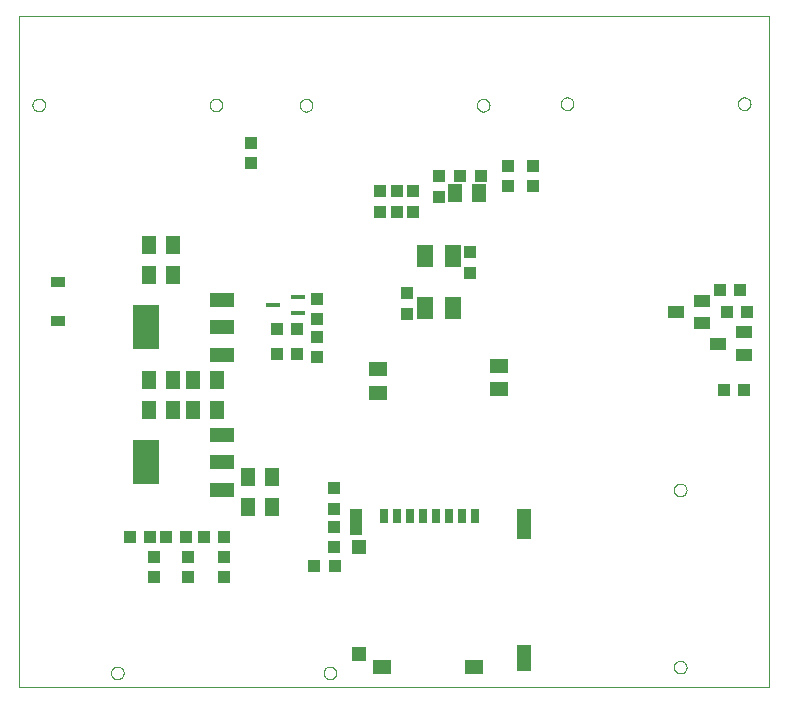
<source format=gbp>
G75*
%MOIN*%
%OFA0B0*%
%FSLAX25Y25*%
%IPPOS*%
%LPD*%
%AMOC8*
5,1,8,0,0,1.08239X$1,22.5*
%
%ADD10C,0.00000*%
%ADD11R,0.04134X0.04252*%
%ADD12R,0.04252X0.04134*%
%ADD13R,0.05118X0.06299*%
%ADD14R,0.03937X0.04331*%
%ADD15R,0.04803X0.03583*%
%ADD16R,0.04331X0.03937*%
%ADD17R,0.05512X0.03937*%
%ADD18R,0.03150X0.04882*%
%ADD19R,0.04528X0.09843*%
%ADD20R,0.04528X0.08661*%
%ADD21R,0.05906X0.04528*%
%ADD22R,0.04567X0.04724*%
%ADD23R,0.04567X0.04921*%
%ADD24R,0.04409X0.08661*%
%ADD25R,0.08000X0.04500*%
%ADD26R,0.08661X0.14567*%
%ADD27R,0.06299X0.05118*%
%ADD28R,0.05512X0.07480*%
%ADD29R,0.04600X0.01600*%
D10*
X0043720Y0026800D02*
X0043720Y0250501D01*
X0293641Y0250501D01*
X0293641Y0026800D01*
X0043720Y0026800D01*
X0074468Y0031564D02*
X0074470Y0031655D01*
X0074476Y0031746D01*
X0074486Y0031837D01*
X0074500Y0031927D01*
X0074517Y0032017D01*
X0074539Y0032105D01*
X0074564Y0032193D01*
X0074593Y0032280D01*
X0074626Y0032365D01*
X0074663Y0032448D01*
X0074703Y0032530D01*
X0074746Y0032610D01*
X0074793Y0032689D01*
X0074844Y0032765D01*
X0074897Y0032838D01*
X0074954Y0032910D01*
X0075014Y0032979D01*
X0075077Y0033045D01*
X0075142Y0033109D01*
X0075211Y0033169D01*
X0075281Y0033227D01*
X0075355Y0033281D01*
X0075430Y0033332D01*
X0075508Y0033380D01*
X0075588Y0033425D01*
X0075669Y0033466D01*
X0075752Y0033503D01*
X0075837Y0033537D01*
X0075923Y0033567D01*
X0076011Y0033593D01*
X0076099Y0033616D01*
X0076188Y0033634D01*
X0076278Y0033649D01*
X0076369Y0033660D01*
X0076460Y0033667D01*
X0076551Y0033670D01*
X0076642Y0033669D01*
X0076734Y0033664D01*
X0076824Y0033655D01*
X0076915Y0033642D01*
X0077004Y0033626D01*
X0077093Y0033605D01*
X0077181Y0033581D01*
X0077268Y0033552D01*
X0077354Y0033520D01*
X0077438Y0033485D01*
X0077520Y0033446D01*
X0077601Y0033403D01*
X0077679Y0033357D01*
X0077756Y0033307D01*
X0077830Y0033254D01*
X0077902Y0033198D01*
X0077972Y0033139D01*
X0078039Y0033077D01*
X0078103Y0033012D01*
X0078164Y0032945D01*
X0078223Y0032875D01*
X0078278Y0032802D01*
X0078330Y0032727D01*
X0078379Y0032650D01*
X0078424Y0032571D01*
X0078466Y0032489D01*
X0078504Y0032407D01*
X0078539Y0032322D01*
X0078570Y0032236D01*
X0078597Y0032149D01*
X0078620Y0032061D01*
X0078640Y0031972D01*
X0078656Y0031882D01*
X0078668Y0031792D01*
X0078676Y0031701D01*
X0078680Y0031610D01*
X0078680Y0031518D01*
X0078676Y0031427D01*
X0078668Y0031336D01*
X0078656Y0031246D01*
X0078640Y0031156D01*
X0078620Y0031067D01*
X0078597Y0030979D01*
X0078570Y0030892D01*
X0078539Y0030806D01*
X0078504Y0030721D01*
X0078466Y0030639D01*
X0078424Y0030557D01*
X0078379Y0030478D01*
X0078330Y0030401D01*
X0078278Y0030326D01*
X0078223Y0030253D01*
X0078164Y0030183D01*
X0078103Y0030116D01*
X0078039Y0030051D01*
X0077972Y0029989D01*
X0077902Y0029930D01*
X0077830Y0029874D01*
X0077756Y0029821D01*
X0077679Y0029771D01*
X0077601Y0029725D01*
X0077520Y0029682D01*
X0077438Y0029643D01*
X0077354Y0029608D01*
X0077268Y0029576D01*
X0077181Y0029547D01*
X0077093Y0029523D01*
X0077004Y0029502D01*
X0076915Y0029486D01*
X0076824Y0029473D01*
X0076734Y0029464D01*
X0076642Y0029459D01*
X0076551Y0029458D01*
X0076460Y0029461D01*
X0076369Y0029468D01*
X0076278Y0029479D01*
X0076188Y0029494D01*
X0076099Y0029512D01*
X0076011Y0029535D01*
X0075923Y0029561D01*
X0075837Y0029591D01*
X0075752Y0029625D01*
X0075669Y0029662D01*
X0075588Y0029703D01*
X0075508Y0029748D01*
X0075430Y0029796D01*
X0075355Y0029847D01*
X0075281Y0029901D01*
X0075211Y0029959D01*
X0075142Y0030019D01*
X0075077Y0030083D01*
X0075014Y0030149D01*
X0074954Y0030218D01*
X0074897Y0030290D01*
X0074844Y0030363D01*
X0074793Y0030439D01*
X0074746Y0030518D01*
X0074703Y0030598D01*
X0074663Y0030680D01*
X0074626Y0030763D01*
X0074593Y0030848D01*
X0074564Y0030935D01*
X0074539Y0031023D01*
X0074517Y0031111D01*
X0074500Y0031201D01*
X0074486Y0031291D01*
X0074476Y0031382D01*
X0074470Y0031473D01*
X0074468Y0031564D01*
X0145334Y0031564D02*
X0145336Y0031655D01*
X0145342Y0031746D01*
X0145352Y0031837D01*
X0145366Y0031927D01*
X0145383Y0032017D01*
X0145405Y0032105D01*
X0145430Y0032193D01*
X0145459Y0032280D01*
X0145492Y0032365D01*
X0145529Y0032448D01*
X0145569Y0032530D01*
X0145612Y0032610D01*
X0145659Y0032689D01*
X0145710Y0032765D01*
X0145763Y0032838D01*
X0145820Y0032910D01*
X0145880Y0032979D01*
X0145943Y0033045D01*
X0146008Y0033109D01*
X0146077Y0033169D01*
X0146147Y0033227D01*
X0146221Y0033281D01*
X0146296Y0033332D01*
X0146374Y0033380D01*
X0146454Y0033425D01*
X0146535Y0033466D01*
X0146618Y0033503D01*
X0146703Y0033537D01*
X0146789Y0033567D01*
X0146877Y0033593D01*
X0146965Y0033616D01*
X0147054Y0033634D01*
X0147144Y0033649D01*
X0147235Y0033660D01*
X0147326Y0033667D01*
X0147417Y0033670D01*
X0147508Y0033669D01*
X0147600Y0033664D01*
X0147690Y0033655D01*
X0147781Y0033642D01*
X0147870Y0033626D01*
X0147959Y0033605D01*
X0148047Y0033581D01*
X0148134Y0033552D01*
X0148220Y0033520D01*
X0148304Y0033485D01*
X0148386Y0033446D01*
X0148467Y0033403D01*
X0148545Y0033357D01*
X0148622Y0033307D01*
X0148696Y0033254D01*
X0148768Y0033198D01*
X0148838Y0033139D01*
X0148905Y0033077D01*
X0148969Y0033012D01*
X0149030Y0032945D01*
X0149089Y0032875D01*
X0149144Y0032802D01*
X0149196Y0032727D01*
X0149245Y0032650D01*
X0149290Y0032571D01*
X0149332Y0032489D01*
X0149370Y0032407D01*
X0149405Y0032322D01*
X0149436Y0032236D01*
X0149463Y0032149D01*
X0149486Y0032061D01*
X0149506Y0031972D01*
X0149522Y0031882D01*
X0149534Y0031792D01*
X0149542Y0031701D01*
X0149546Y0031610D01*
X0149546Y0031518D01*
X0149542Y0031427D01*
X0149534Y0031336D01*
X0149522Y0031246D01*
X0149506Y0031156D01*
X0149486Y0031067D01*
X0149463Y0030979D01*
X0149436Y0030892D01*
X0149405Y0030806D01*
X0149370Y0030721D01*
X0149332Y0030639D01*
X0149290Y0030557D01*
X0149245Y0030478D01*
X0149196Y0030401D01*
X0149144Y0030326D01*
X0149089Y0030253D01*
X0149030Y0030183D01*
X0148969Y0030116D01*
X0148905Y0030051D01*
X0148838Y0029989D01*
X0148768Y0029930D01*
X0148696Y0029874D01*
X0148622Y0029821D01*
X0148545Y0029771D01*
X0148467Y0029725D01*
X0148386Y0029682D01*
X0148304Y0029643D01*
X0148220Y0029608D01*
X0148134Y0029576D01*
X0148047Y0029547D01*
X0147959Y0029523D01*
X0147870Y0029502D01*
X0147781Y0029486D01*
X0147690Y0029473D01*
X0147600Y0029464D01*
X0147508Y0029459D01*
X0147417Y0029458D01*
X0147326Y0029461D01*
X0147235Y0029468D01*
X0147144Y0029479D01*
X0147054Y0029494D01*
X0146965Y0029512D01*
X0146877Y0029535D01*
X0146789Y0029561D01*
X0146703Y0029591D01*
X0146618Y0029625D01*
X0146535Y0029662D01*
X0146454Y0029703D01*
X0146374Y0029748D01*
X0146296Y0029796D01*
X0146221Y0029847D01*
X0146147Y0029901D01*
X0146077Y0029959D01*
X0146008Y0030019D01*
X0145943Y0030083D01*
X0145880Y0030149D01*
X0145820Y0030218D01*
X0145763Y0030290D01*
X0145710Y0030363D01*
X0145659Y0030439D01*
X0145612Y0030518D01*
X0145569Y0030598D01*
X0145529Y0030680D01*
X0145492Y0030763D01*
X0145459Y0030848D01*
X0145430Y0030935D01*
X0145405Y0031023D01*
X0145383Y0031111D01*
X0145366Y0031201D01*
X0145352Y0031291D01*
X0145342Y0031382D01*
X0145336Y0031473D01*
X0145334Y0031564D01*
X0262102Y0033489D02*
X0262104Y0033580D01*
X0262110Y0033671D01*
X0262120Y0033762D01*
X0262134Y0033852D01*
X0262151Y0033942D01*
X0262173Y0034030D01*
X0262198Y0034118D01*
X0262227Y0034205D01*
X0262260Y0034290D01*
X0262297Y0034373D01*
X0262337Y0034455D01*
X0262380Y0034535D01*
X0262427Y0034614D01*
X0262478Y0034690D01*
X0262531Y0034763D01*
X0262588Y0034835D01*
X0262648Y0034904D01*
X0262711Y0034970D01*
X0262776Y0035034D01*
X0262845Y0035094D01*
X0262915Y0035152D01*
X0262989Y0035206D01*
X0263064Y0035257D01*
X0263142Y0035305D01*
X0263222Y0035350D01*
X0263303Y0035391D01*
X0263386Y0035428D01*
X0263471Y0035462D01*
X0263557Y0035492D01*
X0263645Y0035518D01*
X0263733Y0035541D01*
X0263822Y0035559D01*
X0263912Y0035574D01*
X0264003Y0035585D01*
X0264094Y0035592D01*
X0264185Y0035595D01*
X0264276Y0035594D01*
X0264368Y0035589D01*
X0264458Y0035580D01*
X0264549Y0035567D01*
X0264638Y0035551D01*
X0264727Y0035530D01*
X0264815Y0035506D01*
X0264902Y0035477D01*
X0264988Y0035445D01*
X0265072Y0035410D01*
X0265154Y0035371D01*
X0265235Y0035328D01*
X0265313Y0035282D01*
X0265390Y0035232D01*
X0265464Y0035179D01*
X0265536Y0035123D01*
X0265606Y0035064D01*
X0265673Y0035002D01*
X0265737Y0034937D01*
X0265798Y0034870D01*
X0265857Y0034800D01*
X0265912Y0034727D01*
X0265964Y0034652D01*
X0266013Y0034575D01*
X0266058Y0034496D01*
X0266100Y0034414D01*
X0266138Y0034332D01*
X0266173Y0034247D01*
X0266204Y0034161D01*
X0266231Y0034074D01*
X0266254Y0033986D01*
X0266274Y0033897D01*
X0266290Y0033807D01*
X0266302Y0033717D01*
X0266310Y0033626D01*
X0266314Y0033535D01*
X0266314Y0033443D01*
X0266310Y0033352D01*
X0266302Y0033261D01*
X0266290Y0033171D01*
X0266274Y0033081D01*
X0266254Y0032992D01*
X0266231Y0032904D01*
X0266204Y0032817D01*
X0266173Y0032731D01*
X0266138Y0032646D01*
X0266100Y0032564D01*
X0266058Y0032482D01*
X0266013Y0032403D01*
X0265964Y0032326D01*
X0265912Y0032251D01*
X0265857Y0032178D01*
X0265798Y0032108D01*
X0265737Y0032041D01*
X0265673Y0031976D01*
X0265606Y0031914D01*
X0265536Y0031855D01*
X0265464Y0031799D01*
X0265390Y0031746D01*
X0265313Y0031696D01*
X0265235Y0031650D01*
X0265154Y0031607D01*
X0265072Y0031568D01*
X0264988Y0031533D01*
X0264902Y0031501D01*
X0264815Y0031472D01*
X0264727Y0031448D01*
X0264638Y0031427D01*
X0264549Y0031411D01*
X0264458Y0031398D01*
X0264368Y0031389D01*
X0264276Y0031384D01*
X0264185Y0031383D01*
X0264094Y0031386D01*
X0264003Y0031393D01*
X0263912Y0031404D01*
X0263822Y0031419D01*
X0263733Y0031437D01*
X0263645Y0031460D01*
X0263557Y0031486D01*
X0263471Y0031516D01*
X0263386Y0031550D01*
X0263303Y0031587D01*
X0263222Y0031628D01*
X0263142Y0031673D01*
X0263064Y0031721D01*
X0262989Y0031772D01*
X0262915Y0031826D01*
X0262845Y0031884D01*
X0262776Y0031944D01*
X0262711Y0032008D01*
X0262648Y0032074D01*
X0262588Y0032143D01*
X0262531Y0032215D01*
X0262478Y0032288D01*
X0262427Y0032364D01*
X0262380Y0032443D01*
X0262337Y0032523D01*
X0262297Y0032605D01*
X0262260Y0032688D01*
X0262227Y0032773D01*
X0262198Y0032860D01*
X0262173Y0032948D01*
X0262151Y0033036D01*
X0262134Y0033126D01*
X0262120Y0033216D01*
X0262110Y0033307D01*
X0262104Y0033398D01*
X0262102Y0033489D01*
X0262102Y0092544D02*
X0262104Y0092635D01*
X0262110Y0092726D01*
X0262120Y0092817D01*
X0262134Y0092907D01*
X0262151Y0092997D01*
X0262173Y0093085D01*
X0262198Y0093173D01*
X0262227Y0093260D01*
X0262260Y0093345D01*
X0262297Y0093428D01*
X0262337Y0093510D01*
X0262380Y0093590D01*
X0262427Y0093669D01*
X0262478Y0093745D01*
X0262531Y0093818D01*
X0262588Y0093890D01*
X0262648Y0093959D01*
X0262711Y0094025D01*
X0262776Y0094089D01*
X0262845Y0094149D01*
X0262915Y0094207D01*
X0262989Y0094261D01*
X0263064Y0094312D01*
X0263142Y0094360D01*
X0263222Y0094405D01*
X0263303Y0094446D01*
X0263386Y0094483D01*
X0263471Y0094517D01*
X0263557Y0094547D01*
X0263645Y0094573D01*
X0263733Y0094596D01*
X0263822Y0094614D01*
X0263912Y0094629D01*
X0264003Y0094640D01*
X0264094Y0094647D01*
X0264185Y0094650D01*
X0264276Y0094649D01*
X0264368Y0094644D01*
X0264458Y0094635D01*
X0264549Y0094622D01*
X0264638Y0094606D01*
X0264727Y0094585D01*
X0264815Y0094561D01*
X0264902Y0094532D01*
X0264988Y0094500D01*
X0265072Y0094465D01*
X0265154Y0094426D01*
X0265235Y0094383D01*
X0265313Y0094337D01*
X0265390Y0094287D01*
X0265464Y0094234D01*
X0265536Y0094178D01*
X0265606Y0094119D01*
X0265673Y0094057D01*
X0265737Y0093992D01*
X0265798Y0093925D01*
X0265857Y0093855D01*
X0265912Y0093782D01*
X0265964Y0093707D01*
X0266013Y0093630D01*
X0266058Y0093551D01*
X0266100Y0093469D01*
X0266138Y0093387D01*
X0266173Y0093302D01*
X0266204Y0093216D01*
X0266231Y0093129D01*
X0266254Y0093041D01*
X0266274Y0092952D01*
X0266290Y0092862D01*
X0266302Y0092772D01*
X0266310Y0092681D01*
X0266314Y0092590D01*
X0266314Y0092498D01*
X0266310Y0092407D01*
X0266302Y0092316D01*
X0266290Y0092226D01*
X0266274Y0092136D01*
X0266254Y0092047D01*
X0266231Y0091959D01*
X0266204Y0091872D01*
X0266173Y0091786D01*
X0266138Y0091701D01*
X0266100Y0091619D01*
X0266058Y0091537D01*
X0266013Y0091458D01*
X0265964Y0091381D01*
X0265912Y0091306D01*
X0265857Y0091233D01*
X0265798Y0091163D01*
X0265737Y0091096D01*
X0265673Y0091031D01*
X0265606Y0090969D01*
X0265536Y0090910D01*
X0265464Y0090854D01*
X0265390Y0090801D01*
X0265313Y0090751D01*
X0265235Y0090705D01*
X0265154Y0090662D01*
X0265072Y0090623D01*
X0264988Y0090588D01*
X0264902Y0090556D01*
X0264815Y0090527D01*
X0264727Y0090503D01*
X0264638Y0090482D01*
X0264549Y0090466D01*
X0264458Y0090453D01*
X0264368Y0090444D01*
X0264276Y0090439D01*
X0264185Y0090438D01*
X0264094Y0090441D01*
X0264003Y0090448D01*
X0263912Y0090459D01*
X0263822Y0090474D01*
X0263733Y0090492D01*
X0263645Y0090515D01*
X0263557Y0090541D01*
X0263471Y0090571D01*
X0263386Y0090605D01*
X0263303Y0090642D01*
X0263222Y0090683D01*
X0263142Y0090728D01*
X0263064Y0090776D01*
X0262989Y0090827D01*
X0262915Y0090881D01*
X0262845Y0090939D01*
X0262776Y0090999D01*
X0262711Y0091063D01*
X0262648Y0091129D01*
X0262588Y0091198D01*
X0262531Y0091270D01*
X0262478Y0091343D01*
X0262427Y0091419D01*
X0262380Y0091498D01*
X0262337Y0091578D01*
X0262297Y0091660D01*
X0262260Y0091743D01*
X0262227Y0091828D01*
X0262198Y0091915D01*
X0262173Y0092003D01*
X0262151Y0092091D01*
X0262134Y0092181D01*
X0262120Y0092271D01*
X0262110Y0092362D01*
X0262104Y0092453D01*
X0262102Y0092544D01*
X0196425Y0220788D02*
X0196427Y0220879D01*
X0196433Y0220970D01*
X0196443Y0221061D01*
X0196457Y0221151D01*
X0196474Y0221241D01*
X0196496Y0221329D01*
X0196521Y0221417D01*
X0196550Y0221504D01*
X0196583Y0221589D01*
X0196620Y0221672D01*
X0196660Y0221754D01*
X0196703Y0221834D01*
X0196750Y0221913D01*
X0196801Y0221989D01*
X0196854Y0222062D01*
X0196911Y0222134D01*
X0196971Y0222203D01*
X0197034Y0222269D01*
X0197099Y0222333D01*
X0197168Y0222393D01*
X0197238Y0222451D01*
X0197312Y0222505D01*
X0197387Y0222556D01*
X0197465Y0222604D01*
X0197545Y0222649D01*
X0197626Y0222690D01*
X0197709Y0222727D01*
X0197794Y0222761D01*
X0197880Y0222791D01*
X0197968Y0222817D01*
X0198056Y0222840D01*
X0198145Y0222858D01*
X0198235Y0222873D01*
X0198326Y0222884D01*
X0198417Y0222891D01*
X0198508Y0222894D01*
X0198599Y0222893D01*
X0198691Y0222888D01*
X0198781Y0222879D01*
X0198872Y0222866D01*
X0198961Y0222850D01*
X0199050Y0222829D01*
X0199138Y0222805D01*
X0199225Y0222776D01*
X0199311Y0222744D01*
X0199395Y0222709D01*
X0199477Y0222670D01*
X0199558Y0222627D01*
X0199636Y0222581D01*
X0199713Y0222531D01*
X0199787Y0222478D01*
X0199859Y0222422D01*
X0199929Y0222363D01*
X0199996Y0222301D01*
X0200060Y0222236D01*
X0200121Y0222169D01*
X0200180Y0222099D01*
X0200235Y0222026D01*
X0200287Y0221951D01*
X0200336Y0221874D01*
X0200381Y0221795D01*
X0200423Y0221713D01*
X0200461Y0221631D01*
X0200496Y0221546D01*
X0200527Y0221460D01*
X0200554Y0221373D01*
X0200577Y0221285D01*
X0200597Y0221196D01*
X0200613Y0221106D01*
X0200625Y0221016D01*
X0200633Y0220925D01*
X0200637Y0220834D01*
X0200637Y0220742D01*
X0200633Y0220651D01*
X0200625Y0220560D01*
X0200613Y0220470D01*
X0200597Y0220380D01*
X0200577Y0220291D01*
X0200554Y0220203D01*
X0200527Y0220116D01*
X0200496Y0220030D01*
X0200461Y0219945D01*
X0200423Y0219863D01*
X0200381Y0219781D01*
X0200336Y0219702D01*
X0200287Y0219625D01*
X0200235Y0219550D01*
X0200180Y0219477D01*
X0200121Y0219407D01*
X0200060Y0219340D01*
X0199996Y0219275D01*
X0199929Y0219213D01*
X0199859Y0219154D01*
X0199787Y0219098D01*
X0199713Y0219045D01*
X0199636Y0218995D01*
X0199558Y0218949D01*
X0199477Y0218906D01*
X0199395Y0218867D01*
X0199311Y0218832D01*
X0199225Y0218800D01*
X0199138Y0218771D01*
X0199050Y0218747D01*
X0198961Y0218726D01*
X0198872Y0218710D01*
X0198781Y0218697D01*
X0198691Y0218688D01*
X0198599Y0218683D01*
X0198508Y0218682D01*
X0198417Y0218685D01*
X0198326Y0218692D01*
X0198235Y0218703D01*
X0198145Y0218718D01*
X0198056Y0218736D01*
X0197968Y0218759D01*
X0197880Y0218785D01*
X0197794Y0218815D01*
X0197709Y0218849D01*
X0197626Y0218886D01*
X0197545Y0218927D01*
X0197465Y0218972D01*
X0197387Y0219020D01*
X0197312Y0219071D01*
X0197238Y0219125D01*
X0197168Y0219183D01*
X0197099Y0219243D01*
X0197034Y0219307D01*
X0196971Y0219373D01*
X0196911Y0219442D01*
X0196854Y0219514D01*
X0196801Y0219587D01*
X0196750Y0219663D01*
X0196703Y0219742D01*
X0196660Y0219822D01*
X0196620Y0219904D01*
X0196583Y0219987D01*
X0196550Y0220072D01*
X0196521Y0220159D01*
X0196496Y0220247D01*
X0196474Y0220335D01*
X0196457Y0220425D01*
X0196443Y0220515D01*
X0196433Y0220606D01*
X0196427Y0220697D01*
X0196425Y0220788D01*
X0224369Y0221288D02*
X0224371Y0221379D01*
X0224377Y0221470D01*
X0224387Y0221561D01*
X0224401Y0221651D01*
X0224418Y0221741D01*
X0224440Y0221829D01*
X0224465Y0221917D01*
X0224494Y0222004D01*
X0224527Y0222089D01*
X0224564Y0222172D01*
X0224604Y0222254D01*
X0224647Y0222334D01*
X0224694Y0222413D01*
X0224745Y0222489D01*
X0224798Y0222562D01*
X0224855Y0222634D01*
X0224915Y0222703D01*
X0224978Y0222769D01*
X0225043Y0222833D01*
X0225112Y0222893D01*
X0225182Y0222951D01*
X0225256Y0223005D01*
X0225331Y0223056D01*
X0225409Y0223104D01*
X0225489Y0223149D01*
X0225570Y0223190D01*
X0225653Y0223227D01*
X0225738Y0223261D01*
X0225824Y0223291D01*
X0225912Y0223317D01*
X0226000Y0223340D01*
X0226089Y0223358D01*
X0226179Y0223373D01*
X0226270Y0223384D01*
X0226361Y0223391D01*
X0226452Y0223394D01*
X0226543Y0223393D01*
X0226635Y0223388D01*
X0226725Y0223379D01*
X0226816Y0223366D01*
X0226905Y0223350D01*
X0226994Y0223329D01*
X0227082Y0223305D01*
X0227169Y0223276D01*
X0227255Y0223244D01*
X0227339Y0223209D01*
X0227421Y0223170D01*
X0227502Y0223127D01*
X0227580Y0223081D01*
X0227657Y0223031D01*
X0227731Y0222978D01*
X0227803Y0222922D01*
X0227873Y0222863D01*
X0227940Y0222801D01*
X0228004Y0222736D01*
X0228065Y0222669D01*
X0228124Y0222599D01*
X0228179Y0222526D01*
X0228231Y0222451D01*
X0228280Y0222374D01*
X0228325Y0222295D01*
X0228367Y0222213D01*
X0228405Y0222131D01*
X0228440Y0222046D01*
X0228471Y0221960D01*
X0228498Y0221873D01*
X0228521Y0221785D01*
X0228541Y0221696D01*
X0228557Y0221606D01*
X0228569Y0221516D01*
X0228577Y0221425D01*
X0228581Y0221334D01*
X0228581Y0221242D01*
X0228577Y0221151D01*
X0228569Y0221060D01*
X0228557Y0220970D01*
X0228541Y0220880D01*
X0228521Y0220791D01*
X0228498Y0220703D01*
X0228471Y0220616D01*
X0228440Y0220530D01*
X0228405Y0220445D01*
X0228367Y0220363D01*
X0228325Y0220281D01*
X0228280Y0220202D01*
X0228231Y0220125D01*
X0228179Y0220050D01*
X0228124Y0219977D01*
X0228065Y0219907D01*
X0228004Y0219840D01*
X0227940Y0219775D01*
X0227873Y0219713D01*
X0227803Y0219654D01*
X0227731Y0219598D01*
X0227657Y0219545D01*
X0227580Y0219495D01*
X0227502Y0219449D01*
X0227421Y0219406D01*
X0227339Y0219367D01*
X0227255Y0219332D01*
X0227169Y0219300D01*
X0227082Y0219271D01*
X0226994Y0219247D01*
X0226905Y0219226D01*
X0226816Y0219210D01*
X0226725Y0219197D01*
X0226635Y0219188D01*
X0226543Y0219183D01*
X0226452Y0219182D01*
X0226361Y0219185D01*
X0226270Y0219192D01*
X0226179Y0219203D01*
X0226089Y0219218D01*
X0226000Y0219236D01*
X0225912Y0219259D01*
X0225824Y0219285D01*
X0225738Y0219315D01*
X0225653Y0219349D01*
X0225570Y0219386D01*
X0225489Y0219427D01*
X0225409Y0219472D01*
X0225331Y0219520D01*
X0225256Y0219571D01*
X0225182Y0219625D01*
X0225112Y0219683D01*
X0225043Y0219743D01*
X0224978Y0219807D01*
X0224915Y0219873D01*
X0224855Y0219942D01*
X0224798Y0220014D01*
X0224745Y0220087D01*
X0224694Y0220163D01*
X0224647Y0220242D01*
X0224604Y0220322D01*
X0224564Y0220404D01*
X0224527Y0220487D01*
X0224494Y0220572D01*
X0224465Y0220659D01*
X0224440Y0220747D01*
X0224418Y0220835D01*
X0224401Y0220925D01*
X0224387Y0221015D01*
X0224377Y0221106D01*
X0224371Y0221197D01*
X0224369Y0221288D01*
X0283425Y0221288D02*
X0283427Y0221379D01*
X0283433Y0221470D01*
X0283443Y0221561D01*
X0283457Y0221651D01*
X0283474Y0221741D01*
X0283496Y0221829D01*
X0283521Y0221917D01*
X0283550Y0222004D01*
X0283583Y0222089D01*
X0283620Y0222172D01*
X0283660Y0222254D01*
X0283703Y0222334D01*
X0283750Y0222413D01*
X0283801Y0222489D01*
X0283854Y0222562D01*
X0283911Y0222634D01*
X0283971Y0222703D01*
X0284034Y0222769D01*
X0284099Y0222833D01*
X0284168Y0222893D01*
X0284238Y0222951D01*
X0284312Y0223005D01*
X0284387Y0223056D01*
X0284465Y0223104D01*
X0284545Y0223149D01*
X0284626Y0223190D01*
X0284709Y0223227D01*
X0284794Y0223261D01*
X0284880Y0223291D01*
X0284968Y0223317D01*
X0285056Y0223340D01*
X0285145Y0223358D01*
X0285235Y0223373D01*
X0285326Y0223384D01*
X0285417Y0223391D01*
X0285508Y0223394D01*
X0285599Y0223393D01*
X0285691Y0223388D01*
X0285781Y0223379D01*
X0285872Y0223366D01*
X0285961Y0223350D01*
X0286050Y0223329D01*
X0286138Y0223305D01*
X0286225Y0223276D01*
X0286311Y0223244D01*
X0286395Y0223209D01*
X0286477Y0223170D01*
X0286558Y0223127D01*
X0286636Y0223081D01*
X0286713Y0223031D01*
X0286787Y0222978D01*
X0286859Y0222922D01*
X0286929Y0222863D01*
X0286996Y0222801D01*
X0287060Y0222736D01*
X0287121Y0222669D01*
X0287180Y0222599D01*
X0287235Y0222526D01*
X0287287Y0222451D01*
X0287336Y0222374D01*
X0287381Y0222295D01*
X0287423Y0222213D01*
X0287461Y0222131D01*
X0287496Y0222046D01*
X0287527Y0221960D01*
X0287554Y0221873D01*
X0287577Y0221785D01*
X0287597Y0221696D01*
X0287613Y0221606D01*
X0287625Y0221516D01*
X0287633Y0221425D01*
X0287637Y0221334D01*
X0287637Y0221242D01*
X0287633Y0221151D01*
X0287625Y0221060D01*
X0287613Y0220970D01*
X0287597Y0220880D01*
X0287577Y0220791D01*
X0287554Y0220703D01*
X0287527Y0220616D01*
X0287496Y0220530D01*
X0287461Y0220445D01*
X0287423Y0220363D01*
X0287381Y0220281D01*
X0287336Y0220202D01*
X0287287Y0220125D01*
X0287235Y0220050D01*
X0287180Y0219977D01*
X0287121Y0219907D01*
X0287060Y0219840D01*
X0286996Y0219775D01*
X0286929Y0219713D01*
X0286859Y0219654D01*
X0286787Y0219598D01*
X0286713Y0219545D01*
X0286636Y0219495D01*
X0286558Y0219449D01*
X0286477Y0219406D01*
X0286395Y0219367D01*
X0286311Y0219332D01*
X0286225Y0219300D01*
X0286138Y0219271D01*
X0286050Y0219247D01*
X0285961Y0219226D01*
X0285872Y0219210D01*
X0285781Y0219197D01*
X0285691Y0219188D01*
X0285599Y0219183D01*
X0285508Y0219182D01*
X0285417Y0219185D01*
X0285326Y0219192D01*
X0285235Y0219203D01*
X0285145Y0219218D01*
X0285056Y0219236D01*
X0284968Y0219259D01*
X0284880Y0219285D01*
X0284794Y0219315D01*
X0284709Y0219349D01*
X0284626Y0219386D01*
X0284545Y0219427D01*
X0284465Y0219472D01*
X0284387Y0219520D01*
X0284312Y0219571D01*
X0284238Y0219625D01*
X0284168Y0219683D01*
X0284099Y0219743D01*
X0284034Y0219807D01*
X0283971Y0219873D01*
X0283911Y0219942D01*
X0283854Y0220014D01*
X0283801Y0220087D01*
X0283750Y0220163D01*
X0283703Y0220242D01*
X0283660Y0220322D01*
X0283620Y0220404D01*
X0283583Y0220487D01*
X0283550Y0220572D01*
X0283521Y0220659D01*
X0283496Y0220747D01*
X0283474Y0220835D01*
X0283457Y0220925D01*
X0283443Y0221015D01*
X0283433Y0221106D01*
X0283427Y0221197D01*
X0283425Y0221288D01*
X0137369Y0220788D02*
X0137371Y0220879D01*
X0137377Y0220970D01*
X0137387Y0221061D01*
X0137401Y0221151D01*
X0137418Y0221241D01*
X0137440Y0221329D01*
X0137465Y0221417D01*
X0137494Y0221504D01*
X0137527Y0221589D01*
X0137564Y0221672D01*
X0137604Y0221754D01*
X0137647Y0221834D01*
X0137694Y0221913D01*
X0137745Y0221989D01*
X0137798Y0222062D01*
X0137855Y0222134D01*
X0137915Y0222203D01*
X0137978Y0222269D01*
X0138043Y0222333D01*
X0138112Y0222393D01*
X0138182Y0222451D01*
X0138256Y0222505D01*
X0138331Y0222556D01*
X0138409Y0222604D01*
X0138489Y0222649D01*
X0138570Y0222690D01*
X0138653Y0222727D01*
X0138738Y0222761D01*
X0138824Y0222791D01*
X0138912Y0222817D01*
X0139000Y0222840D01*
X0139089Y0222858D01*
X0139179Y0222873D01*
X0139270Y0222884D01*
X0139361Y0222891D01*
X0139452Y0222894D01*
X0139543Y0222893D01*
X0139635Y0222888D01*
X0139725Y0222879D01*
X0139816Y0222866D01*
X0139905Y0222850D01*
X0139994Y0222829D01*
X0140082Y0222805D01*
X0140169Y0222776D01*
X0140255Y0222744D01*
X0140339Y0222709D01*
X0140421Y0222670D01*
X0140502Y0222627D01*
X0140580Y0222581D01*
X0140657Y0222531D01*
X0140731Y0222478D01*
X0140803Y0222422D01*
X0140873Y0222363D01*
X0140940Y0222301D01*
X0141004Y0222236D01*
X0141065Y0222169D01*
X0141124Y0222099D01*
X0141179Y0222026D01*
X0141231Y0221951D01*
X0141280Y0221874D01*
X0141325Y0221795D01*
X0141367Y0221713D01*
X0141405Y0221631D01*
X0141440Y0221546D01*
X0141471Y0221460D01*
X0141498Y0221373D01*
X0141521Y0221285D01*
X0141541Y0221196D01*
X0141557Y0221106D01*
X0141569Y0221016D01*
X0141577Y0220925D01*
X0141581Y0220834D01*
X0141581Y0220742D01*
X0141577Y0220651D01*
X0141569Y0220560D01*
X0141557Y0220470D01*
X0141541Y0220380D01*
X0141521Y0220291D01*
X0141498Y0220203D01*
X0141471Y0220116D01*
X0141440Y0220030D01*
X0141405Y0219945D01*
X0141367Y0219863D01*
X0141325Y0219781D01*
X0141280Y0219702D01*
X0141231Y0219625D01*
X0141179Y0219550D01*
X0141124Y0219477D01*
X0141065Y0219407D01*
X0141004Y0219340D01*
X0140940Y0219275D01*
X0140873Y0219213D01*
X0140803Y0219154D01*
X0140731Y0219098D01*
X0140657Y0219045D01*
X0140580Y0218995D01*
X0140502Y0218949D01*
X0140421Y0218906D01*
X0140339Y0218867D01*
X0140255Y0218832D01*
X0140169Y0218800D01*
X0140082Y0218771D01*
X0139994Y0218747D01*
X0139905Y0218726D01*
X0139816Y0218710D01*
X0139725Y0218697D01*
X0139635Y0218688D01*
X0139543Y0218683D01*
X0139452Y0218682D01*
X0139361Y0218685D01*
X0139270Y0218692D01*
X0139179Y0218703D01*
X0139089Y0218718D01*
X0139000Y0218736D01*
X0138912Y0218759D01*
X0138824Y0218785D01*
X0138738Y0218815D01*
X0138653Y0218849D01*
X0138570Y0218886D01*
X0138489Y0218927D01*
X0138409Y0218972D01*
X0138331Y0219020D01*
X0138256Y0219071D01*
X0138182Y0219125D01*
X0138112Y0219183D01*
X0138043Y0219243D01*
X0137978Y0219307D01*
X0137915Y0219373D01*
X0137855Y0219442D01*
X0137798Y0219514D01*
X0137745Y0219587D01*
X0137694Y0219663D01*
X0137647Y0219742D01*
X0137604Y0219822D01*
X0137564Y0219904D01*
X0137527Y0219987D01*
X0137494Y0220072D01*
X0137465Y0220159D01*
X0137440Y0220247D01*
X0137418Y0220335D01*
X0137401Y0220425D01*
X0137387Y0220515D01*
X0137377Y0220606D01*
X0137371Y0220697D01*
X0137369Y0220788D01*
X0107325Y0220888D02*
X0107327Y0220979D01*
X0107333Y0221070D01*
X0107343Y0221161D01*
X0107357Y0221251D01*
X0107374Y0221341D01*
X0107396Y0221429D01*
X0107421Y0221517D01*
X0107450Y0221604D01*
X0107483Y0221689D01*
X0107520Y0221772D01*
X0107560Y0221854D01*
X0107603Y0221934D01*
X0107650Y0222013D01*
X0107701Y0222089D01*
X0107754Y0222162D01*
X0107811Y0222234D01*
X0107871Y0222303D01*
X0107934Y0222369D01*
X0107999Y0222433D01*
X0108068Y0222493D01*
X0108138Y0222551D01*
X0108212Y0222605D01*
X0108287Y0222656D01*
X0108365Y0222704D01*
X0108445Y0222749D01*
X0108526Y0222790D01*
X0108609Y0222827D01*
X0108694Y0222861D01*
X0108780Y0222891D01*
X0108868Y0222917D01*
X0108956Y0222940D01*
X0109045Y0222958D01*
X0109135Y0222973D01*
X0109226Y0222984D01*
X0109317Y0222991D01*
X0109408Y0222994D01*
X0109499Y0222993D01*
X0109591Y0222988D01*
X0109681Y0222979D01*
X0109772Y0222966D01*
X0109861Y0222950D01*
X0109950Y0222929D01*
X0110038Y0222905D01*
X0110125Y0222876D01*
X0110211Y0222844D01*
X0110295Y0222809D01*
X0110377Y0222770D01*
X0110458Y0222727D01*
X0110536Y0222681D01*
X0110613Y0222631D01*
X0110687Y0222578D01*
X0110759Y0222522D01*
X0110829Y0222463D01*
X0110896Y0222401D01*
X0110960Y0222336D01*
X0111021Y0222269D01*
X0111080Y0222199D01*
X0111135Y0222126D01*
X0111187Y0222051D01*
X0111236Y0221974D01*
X0111281Y0221895D01*
X0111323Y0221813D01*
X0111361Y0221731D01*
X0111396Y0221646D01*
X0111427Y0221560D01*
X0111454Y0221473D01*
X0111477Y0221385D01*
X0111497Y0221296D01*
X0111513Y0221206D01*
X0111525Y0221116D01*
X0111533Y0221025D01*
X0111537Y0220934D01*
X0111537Y0220842D01*
X0111533Y0220751D01*
X0111525Y0220660D01*
X0111513Y0220570D01*
X0111497Y0220480D01*
X0111477Y0220391D01*
X0111454Y0220303D01*
X0111427Y0220216D01*
X0111396Y0220130D01*
X0111361Y0220045D01*
X0111323Y0219963D01*
X0111281Y0219881D01*
X0111236Y0219802D01*
X0111187Y0219725D01*
X0111135Y0219650D01*
X0111080Y0219577D01*
X0111021Y0219507D01*
X0110960Y0219440D01*
X0110896Y0219375D01*
X0110829Y0219313D01*
X0110759Y0219254D01*
X0110687Y0219198D01*
X0110613Y0219145D01*
X0110536Y0219095D01*
X0110458Y0219049D01*
X0110377Y0219006D01*
X0110295Y0218967D01*
X0110211Y0218932D01*
X0110125Y0218900D01*
X0110038Y0218871D01*
X0109950Y0218847D01*
X0109861Y0218826D01*
X0109772Y0218810D01*
X0109681Y0218797D01*
X0109591Y0218788D01*
X0109499Y0218783D01*
X0109408Y0218782D01*
X0109317Y0218785D01*
X0109226Y0218792D01*
X0109135Y0218803D01*
X0109045Y0218818D01*
X0108956Y0218836D01*
X0108868Y0218859D01*
X0108780Y0218885D01*
X0108694Y0218915D01*
X0108609Y0218949D01*
X0108526Y0218986D01*
X0108445Y0219027D01*
X0108365Y0219072D01*
X0108287Y0219120D01*
X0108212Y0219171D01*
X0108138Y0219225D01*
X0108068Y0219283D01*
X0107999Y0219343D01*
X0107934Y0219407D01*
X0107871Y0219473D01*
X0107811Y0219542D01*
X0107754Y0219614D01*
X0107701Y0219687D01*
X0107650Y0219763D01*
X0107603Y0219842D01*
X0107560Y0219922D01*
X0107520Y0220004D01*
X0107483Y0220087D01*
X0107450Y0220172D01*
X0107421Y0220259D01*
X0107396Y0220347D01*
X0107374Y0220435D01*
X0107357Y0220525D01*
X0107343Y0220615D01*
X0107333Y0220706D01*
X0107327Y0220797D01*
X0107325Y0220888D01*
X0048269Y0220888D02*
X0048271Y0220979D01*
X0048277Y0221070D01*
X0048287Y0221161D01*
X0048301Y0221251D01*
X0048318Y0221341D01*
X0048340Y0221429D01*
X0048365Y0221517D01*
X0048394Y0221604D01*
X0048427Y0221689D01*
X0048464Y0221772D01*
X0048504Y0221854D01*
X0048547Y0221934D01*
X0048594Y0222013D01*
X0048645Y0222089D01*
X0048698Y0222162D01*
X0048755Y0222234D01*
X0048815Y0222303D01*
X0048878Y0222369D01*
X0048943Y0222433D01*
X0049012Y0222493D01*
X0049082Y0222551D01*
X0049156Y0222605D01*
X0049231Y0222656D01*
X0049309Y0222704D01*
X0049389Y0222749D01*
X0049470Y0222790D01*
X0049553Y0222827D01*
X0049638Y0222861D01*
X0049724Y0222891D01*
X0049812Y0222917D01*
X0049900Y0222940D01*
X0049989Y0222958D01*
X0050079Y0222973D01*
X0050170Y0222984D01*
X0050261Y0222991D01*
X0050352Y0222994D01*
X0050443Y0222993D01*
X0050535Y0222988D01*
X0050625Y0222979D01*
X0050716Y0222966D01*
X0050805Y0222950D01*
X0050894Y0222929D01*
X0050982Y0222905D01*
X0051069Y0222876D01*
X0051155Y0222844D01*
X0051239Y0222809D01*
X0051321Y0222770D01*
X0051402Y0222727D01*
X0051480Y0222681D01*
X0051557Y0222631D01*
X0051631Y0222578D01*
X0051703Y0222522D01*
X0051773Y0222463D01*
X0051840Y0222401D01*
X0051904Y0222336D01*
X0051965Y0222269D01*
X0052024Y0222199D01*
X0052079Y0222126D01*
X0052131Y0222051D01*
X0052180Y0221974D01*
X0052225Y0221895D01*
X0052267Y0221813D01*
X0052305Y0221731D01*
X0052340Y0221646D01*
X0052371Y0221560D01*
X0052398Y0221473D01*
X0052421Y0221385D01*
X0052441Y0221296D01*
X0052457Y0221206D01*
X0052469Y0221116D01*
X0052477Y0221025D01*
X0052481Y0220934D01*
X0052481Y0220842D01*
X0052477Y0220751D01*
X0052469Y0220660D01*
X0052457Y0220570D01*
X0052441Y0220480D01*
X0052421Y0220391D01*
X0052398Y0220303D01*
X0052371Y0220216D01*
X0052340Y0220130D01*
X0052305Y0220045D01*
X0052267Y0219963D01*
X0052225Y0219881D01*
X0052180Y0219802D01*
X0052131Y0219725D01*
X0052079Y0219650D01*
X0052024Y0219577D01*
X0051965Y0219507D01*
X0051904Y0219440D01*
X0051840Y0219375D01*
X0051773Y0219313D01*
X0051703Y0219254D01*
X0051631Y0219198D01*
X0051557Y0219145D01*
X0051480Y0219095D01*
X0051402Y0219049D01*
X0051321Y0219006D01*
X0051239Y0218967D01*
X0051155Y0218932D01*
X0051069Y0218900D01*
X0050982Y0218871D01*
X0050894Y0218847D01*
X0050805Y0218826D01*
X0050716Y0218810D01*
X0050625Y0218797D01*
X0050535Y0218788D01*
X0050443Y0218783D01*
X0050352Y0218782D01*
X0050261Y0218785D01*
X0050170Y0218792D01*
X0050079Y0218803D01*
X0049989Y0218818D01*
X0049900Y0218836D01*
X0049812Y0218859D01*
X0049724Y0218885D01*
X0049638Y0218915D01*
X0049553Y0218949D01*
X0049470Y0218986D01*
X0049389Y0219027D01*
X0049309Y0219072D01*
X0049231Y0219120D01*
X0049156Y0219171D01*
X0049082Y0219225D01*
X0049012Y0219283D01*
X0048943Y0219343D01*
X0048878Y0219407D01*
X0048815Y0219473D01*
X0048755Y0219542D01*
X0048698Y0219614D01*
X0048645Y0219687D01*
X0048594Y0219763D01*
X0048547Y0219842D01*
X0048504Y0219922D01*
X0048464Y0220004D01*
X0048427Y0220087D01*
X0048394Y0220172D01*
X0048365Y0220259D01*
X0048340Y0220347D01*
X0048318Y0220435D01*
X0048301Y0220525D01*
X0048287Y0220615D01*
X0048277Y0220706D01*
X0048271Y0220797D01*
X0048269Y0220888D01*
D11*
X0190775Y0197300D03*
X0197664Y0197300D03*
X0149164Y0067300D03*
X0142275Y0067300D03*
D12*
X0148720Y0086155D03*
X0148720Y0093045D03*
X0173220Y0151355D03*
X0173220Y0158245D03*
X0194220Y0164855D03*
X0194220Y0171745D03*
X0175220Y0185355D03*
X0169720Y0185355D03*
X0164220Y0185355D03*
X0164220Y0192245D03*
X0169720Y0192245D03*
X0175220Y0192245D03*
X0183720Y0190355D03*
X0183720Y0197245D03*
X0121120Y0201455D03*
X0121120Y0208345D03*
D13*
X0095157Y0174300D03*
X0087283Y0174300D03*
X0087283Y0164300D03*
X0095157Y0164300D03*
X0095157Y0129300D03*
X0101783Y0129300D03*
X0109657Y0129300D03*
X0109657Y0119300D03*
X0101783Y0119300D03*
X0095157Y0119300D03*
X0087283Y0119300D03*
X0087283Y0129300D03*
X0120283Y0096800D03*
X0128157Y0096800D03*
X0128157Y0086800D03*
X0120283Y0086800D03*
X0189283Y0191400D03*
X0197157Y0191400D03*
D14*
X0206720Y0193954D03*
X0206720Y0200646D03*
X0215220Y0200646D03*
X0215220Y0193954D03*
X0277373Y0159300D03*
X0284066Y0159300D03*
X0286566Y0151800D03*
X0279873Y0151800D03*
X0278673Y0125900D03*
X0285366Y0125900D03*
X0143120Y0149454D03*
X0136466Y0146300D03*
X0129773Y0146300D03*
X0129773Y0137800D03*
X0136466Y0137800D03*
X0143120Y0156146D03*
D15*
X0056720Y0161747D03*
X0056720Y0148853D03*
D16*
X0080873Y0076800D03*
X0087566Y0076800D03*
X0092873Y0076800D03*
X0099566Y0076800D03*
X0105373Y0076800D03*
X0112066Y0076800D03*
X0112220Y0070146D03*
X0112220Y0063454D03*
X0100220Y0063454D03*
X0100220Y0070146D03*
X0088720Y0070146D03*
X0088720Y0063454D03*
X0148720Y0073454D03*
X0148720Y0080146D03*
X0143120Y0136954D03*
X0143120Y0143646D03*
D17*
X0262689Y0151900D03*
X0271350Y0148160D03*
X0271350Y0155640D03*
X0285550Y0145040D03*
X0285550Y0137560D03*
X0276889Y0141300D03*
D18*
X0195743Y0083780D03*
X0191412Y0083780D03*
X0187082Y0083780D03*
X0182751Y0083780D03*
X0178420Y0083780D03*
X0174090Y0083780D03*
X0169759Y0083780D03*
X0165428Y0083780D03*
D19*
X0212220Y0081300D03*
D20*
X0212259Y0036694D03*
D21*
X0195507Y0033564D03*
X0164877Y0033564D03*
D22*
X0157003Y0037993D03*
D23*
X0157003Y0073426D03*
D24*
X0156196Y0081891D03*
D25*
X0111320Y0092700D03*
X0111320Y0101800D03*
X0111320Y0110900D03*
X0111320Y0137700D03*
X0111320Y0146800D03*
X0111320Y0155900D03*
D26*
X0086120Y0146800D03*
X0086120Y0101800D03*
D27*
X0163320Y0124963D03*
X0163320Y0132837D03*
X0203820Y0133937D03*
X0203820Y0126063D03*
D28*
X0188444Y0153139D03*
X0178995Y0153139D03*
X0178995Y0170461D03*
X0188444Y0170461D03*
D29*
X0136720Y0156900D03*
X0136720Y0151700D03*
X0128520Y0154300D03*
M02*

</source>
